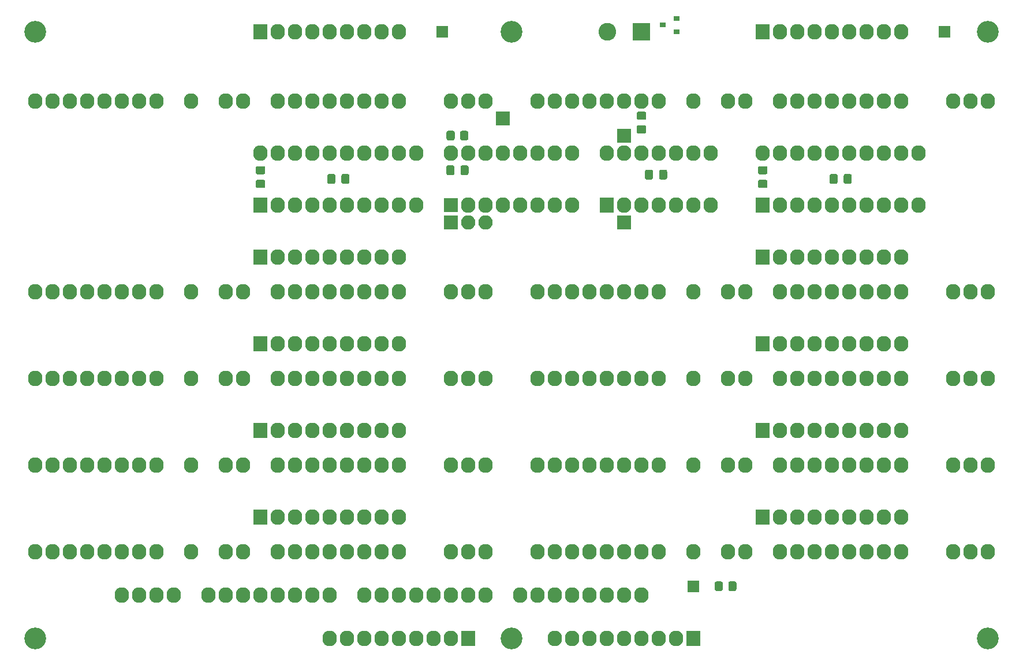
<source format=gbr>
%TF.GenerationSoftware,KiCad,Pcbnew,(5.1.8)-1*%
%TF.CreationDate,2024-01-21T21:11:34+03:00*%
%TF.ProjectId,Regs-v3,52656773-2d76-4332-9e6b-696361645f70,rev?*%
%TF.SameCoordinates,Original*%
%TF.FileFunction,Soldermask,Bot*%
%TF.FilePolarity,Negative*%
%FSLAX46Y46*%
G04 Gerber Fmt 4.6, Leading zero omitted, Abs format (unit mm)*
G04 Created by KiCad (PCBNEW (5.1.8)-1) date 2024-01-21 21:11:34*
%MOMM*%
%LPD*%
G01*
G04 APERTURE LIST*
%ADD10R,1.700000X1.700000*%
%ADD11R,0.900000X0.800000*%
%ADD12O,2.100000X2.300000*%
%ADD13R,2.100000X2.300000*%
%ADD14C,2.600000*%
%ADD15R,2.600000X2.600000*%
%ADD16R,2.100000X2.100000*%
%ADD17O,2.100000X2.100000*%
%ADD18C,3.200000*%
G04 APERTURE END LIST*
D10*
%TO.C,J20*%
X153670000Y-20320000D03*
%TD*%
%TO.C,J19*%
X80010000Y-20320000D03*
%TD*%
%TO.C,R7*%
G36*
G01*
X109670001Y-33255000D02*
X108769999Y-33255000D01*
G75*
G02*
X108520000Y-33005001I0J249999D01*
G01*
X108520000Y-32304999D01*
G75*
G02*
X108769999Y-32055000I249999J0D01*
G01*
X109670001Y-32055000D01*
G75*
G02*
X109920000Y-32304999I0J-249999D01*
G01*
X109920000Y-33005001D01*
G75*
G02*
X109670001Y-33255000I-249999J0D01*
G01*
G37*
G36*
G01*
X109670001Y-35255000D02*
X108769999Y-35255000D01*
G75*
G02*
X108520000Y-35005001I0J249999D01*
G01*
X108520000Y-34304999D01*
G75*
G02*
X108769999Y-34055000I249999J0D01*
G01*
X109670001Y-34055000D01*
G75*
G02*
X109920000Y-34304999I0J-249999D01*
G01*
X109920000Y-35005001D01*
G75*
G02*
X109670001Y-35255000I-249999J0D01*
G01*
G37*
%TD*%
D11*
%TO.C,Q1*%
X112347500Y-19367500D03*
X114347500Y-20317500D03*
X114347500Y-18417500D03*
%TD*%
%TO.C,C4*%
G36*
G01*
X111807500Y-41750000D02*
X111807500Y-40800000D01*
G75*
G02*
X112057500Y-40550000I250000J0D01*
G01*
X112732500Y-40550000D01*
G75*
G02*
X112982500Y-40800000I0J-250000D01*
G01*
X112982500Y-41750000D01*
G75*
G02*
X112732500Y-42000000I-250000J0D01*
G01*
X112057500Y-42000000D01*
G75*
G02*
X111807500Y-41750000I0J250000D01*
G01*
G37*
G36*
G01*
X109732500Y-41750000D02*
X109732500Y-40800000D01*
G75*
G02*
X109982500Y-40550000I250000J0D01*
G01*
X110657500Y-40550000D01*
G75*
G02*
X110907500Y-40800000I0J-250000D01*
G01*
X110907500Y-41750000D01*
G75*
G02*
X110657500Y-42000000I-250000J0D01*
G01*
X109982500Y-42000000D01*
G75*
G02*
X109732500Y-41750000I0J250000D01*
G01*
G37*
%TD*%
%TO.C,C3*%
G36*
G01*
X82682500Y-41115000D02*
X82682500Y-40165000D01*
G75*
G02*
X82932500Y-39915000I250000J0D01*
G01*
X83607500Y-39915000D01*
G75*
G02*
X83857500Y-40165000I0J-250000D01*
G01*
X83857500Y-41115000D01*
G75*
G02*
X83607500Y-41365000I-250000J0D01*
G01*
X82932500Y-41365000D01*
G75*
G02*
X82682500Y-41115000I0J250000D01*
G01*
G37*
G36*
G01*
X80607500Y-41115000D02*
X80607500Y-40165000D01*
G75*
G02*
X80857500Y-39915000I250000J0D01*
G01*
X81532500Y-39915000D01*
G75*
G02*
X81782500Y-40165000I0J-250000D01*
G01*
X81782500Y-41115000D01*
G75*
G02*
X81532500Y-41365000I-250000J0D01*
G01*
X80857500Y-41365000D01*
G75*
G02*
X80607500Y-41115000I0J250000D01*
G01*
G37*
%TD*%
%TO.C,C2*%
G36*
G01*
X65220000Y-42385000D02*
X65220000Y-41435000D01*
G75*
G02*
X65470000Y-41185000I250000J0D01*
G01*
X66145000Y-41185000D01*
G75*
G02*
X66395000Y-41435000I0J-250000D01*
G01*
X66395000Y-42385000D01*
G75*
G02*
X66145000Y-42635000I-250000J0D01*
G01*
X65470000Y-42635000D01*
G75*
G02*
X65220000Y-42385000I0J250000D01*
G01*
G37*
G36*
G01*
X63145000Y-42385000D02*
X63145000Y-41435000D01*
G75*
G02*
X63395000Y-41185000I250000J0D01*
G01*
X64070000Y-41185000D01*
G75*
G02*
X64320000Y-41435000I0J-250000D01*
G01*
X64320000Y-42385000D01*
G75*
G02*
X64070000Y-42635000I-250000J0D01*
G01*
X63395000Y-42635000D01*
G75*
G02*
X63145000Y-42385000I0J250000D01*
G01*
G37*
%TD*%
%TO.C,C1*%
G36*
G01*
X138880000Y-42385000D02*
X138880000Y-41435000D01*
G75*
G02*
X139130000Y-41185000I250000J0D01*
G01*
X139805000Y-41185000D01*
G75*
G02*
X140055000Y-41435000I0J-250000D01*
G01*
X140055000Y-42385000D01*
G75*
G02*
X139805000Y-42635000I-250000J0D01*
G01*
X139130000Y-42635000D01*
G75*
G02*
X138880000Y-42385000I0J250000D01*
G01*
G37*
G36*
G01*
X136805000Y-42385000D02*
X136805000Y-41435000D01*
G75*
G02*
X137055000Y-41185000I250000J0D01*
G01*
X137730000Y-41185000D01*
G75*
G02*
X137980000Y-41435000I0J-250000D01*
G01*
X137980000Y-42385000D01*
G75*
G02*
X137730000Y-42635000I-250000J0D01*
G01*
X137055000Y-42635000D01*
G75*
G02*
X136805000Y-42385000I0J250000D01*
G01*
G37*
%TD*%
%TO.C,R6*%
G36*
G01*
X121955000Y-102050001D02*
X121955000Y-101149999D01*
G75*
G02*
X122204999Y-100900000I249999J0D01*
G01*
X122905001Y-100900000D01*
G75*
G02*
X123155000Y-101149999I0J-249999D01*
G01*
X123155000Y-102050001D01*
G75*
G02*
X122905001Y-102300000I-249999J0D01*
G01*
X122204999Y-102300000D01*
G75*
G02*
X121955000Y-102050001I0J249999D01*
G01*
G37*
G36*
G01*
X119955000Y-102050001D02*
X119955000Y-101149999D01*
G75*
G02*
X120204999Y-100900000I249999J0D01*
G01*
X120905001Y-100900000D01*
G75*
G02*
X121155000Y-101149999I0J-249999D01*
G01*
X121155000Y-102050001D01*
G75*
G02*
X120905001Y-102300000I-249999J0D01*
G01*
X120204999Y-102300000D01*
G75*
G02*
X119955000Y-102050001I0J249999D01*
G01*
G37*
%TD*%
%TO.C,R5*%
G36*
G01*
X81832500Y-35109999D02*
X81832500Y-36010001D01*
G75*
G02*
X81582501Y-36260000I-249999J0D01*
G01*
X80882499Y-36260000D01*
G75*
G02*
X80632500Y-36010001I0J249999D01*
G01*
X80632500Y-35109999D01*
G75*
G02*
X80882499Y-34860000I249999J0D01*
G01*
X81582501Y-34860000D01*
G75*
G02*
X81832500Y-35109999I0J-249999D01*
G01*
G37*
G36*
G01*
X83832500Y-35109999D02*
X83832500Y-36010001D01*
G75*
G02*
X83582501Y-36260000I-249999J0D01*
G01*
X82882499Y-36260000D01*
G75*
G02*
X82632500Y-36010001I0J249999D01*
G01*
X82632500Y-35109999D01*
G75*
G02*
X82882499Y-34860000I249999J0D01*
G01*
X83582501Y-34860000D01*
G75*
G02*
X83832500Y-35109999I0J-249999D01*
G01*
G37*
%TD*%
D12*
%TO.C,J18*%
X63500000Y-109220000D03*
X66040000Y-109220000D03*
X68580000Y-109220000D03*
X71120000Y-109220000D03*
X73660000Y-109220000D03*
X76200000Y-109220000D03*
X78740000Y-109220000D03*
X81280000Y-109220000D03*
D13*
X83820000Y-109220000D03*
%TD*%
D12*
%TO.C,J17*%
X96520000Y-109220000D03*
X99060000Y-109220000D03*
X101600000Y-109220000D03*
X104140000Y-109220000D03*
X106680000Y-109220000D03*
X109220000Y-109220000D03*
X111760000Y-109220000D03*
X114300000Y-109220000D03*
D13*
X116840000Y-109220000D03*
%TD*%
D12*
%TO.C,U15*%
X33020000Y-102870000D03*
X35560000Y-102870000D03*
X38100000Y-102870000D03*
X40640000Y-102870000D03*
X45720000Y-102870000D03*
X48260000Y-102870000D03*
X50800000Y-102870000D03*
X53340000Y-102870000D03*
X55880000Y-102870000D03*
X58420000Y-102870000D03*
X60960000Y-102870000D03*
X63500000Y-102870000D03*
X68580000Y-102870000D03*
X71120000Y-102870000D03*
X73660000Y-102870000D03*
X76200000Y-102870000D03*
X78740000Y-102870000D03*
X81280000Y-102870000D03*
X83820000Y-102870000D03*
X86360000Y-102870000D03*
X91440000Y-102870000D03*
X93980000Y-102870000D03*
X96520000Y-102870000D03*
X99060000Y-102870000D03*
X101600000Y-102870000D03*
X104140000Y-102870000D03*
X106680000Y-102870000D03*
X109220000Y-102870000D03*
%TD*%
D14*
%TO.C,J16*%
X104220000Y-20320000D03*
D15*
X109220000Y-20320000D03*
%TD*%
D12*
%TO.C,U14*%
X104140000Y-38100000D03*
X119380000Y-45720000D03*
X106680000Y-38100000D03*
X116840000Y-45720000D03*
X109220000Y-38100000D03*
X114300000Y-45720000D03*
X111760000Y-38100000D03*
X111760000Y-45720000D03*
X114300000Y-38100000D03*
X109220000Y-45720000D03*
X116840000Y-38100000D03*
X106680000Y-45720000D03*
X119380000Y-38100000D03*
D13*
X104140000Y-45720000D03*
%TD*%
D12*
%TO.C,U13*%
X81280000Y-38100000D03*
X99060000Y-45720000D03*
X83820000Y-38100000D03*
X96520000Y-45720000D03*
X86360000Y-38100000D03*
X93980000Y-45720000D03*
X88900000Y-38100000D03*
X91440000Y-45720000D03*
X91440000Y-38100000D03*
X88900000Y-45720000D03*
X93980000Y-38100000D03*
X86360000Y-45720000D03*
X96520000Y-38100000D03*
X83820000Y-45720000D03*
X99060000Y-38100000D03*
D16*
X81280000Y-45720000D03*
%TD*%
%TO.C,R4*%
G36*
G01*
X53790001Y-41240000D02*
X52889999Y-41240000D01*
G75*
G02*
X52640000Y-40990001I0J249999D01*
G01*
X52640000Y-40289999D01*
G75*
G02*
X52889999Y-40040000I249999J0D01*
G01*
X53790001Y-40040000D01*
G75*
G02*
X54040000Y-40289999I0J-249999D01*
G01*
X54040000Y-40990001D01*
G75*
G02*
X53790001Y-41240000I-249999J0D01*
G01*
G37*
G36*
G01*
X53790001Y-43240000D02*
X52889999Y-43240000D01*
G75*
G02*
X52640000Y-42990001I0J249999D01*
G01*
X52640000Y-42289999D01*
G75*
G02*
X52889999Y-42040000I249999J0D01*
G01*
X53790001Y-42040000D01*
G75*
G02*
X54040000Y-42289999I0J-249999D01*
G01*
X54040000Y-42990001D01*
G75*
G02*
X53790001Y-43240000I-249999J0D01*
G01*
G37*
%TD*%
%TO.C,R3*%
G36*
G01*
X127450001Y-41240000D02*
X126549999Y-41240000D01*
G75*
G02*
X126300000Y-40990001I0J249999D01*
G01*
X126300000Y-40289999D01*
G75*
G02*
X126549999Y-40040000I249999J0D01*
G01*
X127450001Y-40040000D01*
G75*
G02*
X127700000Y-40289999I0J-249999D01*
G01*
X127700000Y-40990001D01*
G75*
G02*
X127450001Y-41240000I-249999J0D01*
G01*
G37*
G36*
G01*
X127450001Y-43240000D02*
X126549999Y-43240000D01*
G75*
G02*
X126300000Y-42990001I0J249999D01*
G01*
X126300000Y-42289999D01*
G75*
G02*
X126549999Y-42040000I249999J0D01*
G01*
X127450001Y-42040000D01*
G75*
G02*
X127700000Y-42289999I0J-249999D01*
G01*
X127700000Y-42990001D01*
G75*
G02*
X127450001Y-43240000I-249999J0D01*
G01*
G37*
%TD*%
%TO.C,J15*%
X106680000Y-48260000D03*
%TD*%
%TO.C,J14*%
X106680000Y-35560000D03*
%TD*%
D10*
%TO.C,J13*%
X116840000Y-101600000D03*
%TD*%
D16*
%TO.C,J12*%
X88900000Y-33020000D03*
%TD*%
D17*
%TO.C,J11*%
X86360000Y-48260000D03*
X83820000Y-48260000D03*
D16*
X81280000Y-48260000D03*
%TD*%
D12*
%TO.C,J10*%
X73660000Y-20320000D03*
X71120000Y-20320000D03*
X68580000Y-20320000D03*
X66040000Y-20320000D03*
X63500000Y-20320000D03*
X60960000Y-20320000D03*
X58420000Y-20320000D03*
X55880000Y-20320000D03*
D13*
X53340000Y-20320000D03*
%TD*%
D12*
%TO.C,U12*%
X53340000Y-38100000D03*
X76200000Y-45720000D03*
X55880000Y-38100000D03*
X73660000Y-45720000D03*
X58420000Y-38100000D03*
X71120000Y-45720000D03*
X60960000Y-38100000D03*
X68580000Y-45720000D03*
X63500000Y-38100000D03*
X66040000Y-45720000D03*
X66040000Y-38100000D03*
X63500000Y-45720000D03*
X68580000Y-38100000D03*
X60960000Y-45720000D03*
X71120000Y-38100000D03*
X58420000Y-45720000D03*
X73660000Y-38100000D03*
X55880000Y-45720000D03*
X76200000Y-38100000D03*
D13*
X53340000Y-45720000D03*
%TD*%
D12*
%TO.C,U11*%
X127000000Y-38100000D03*
X149860000Y-45720000D03*
X129540000Y-38100000D03*
X147320000Y-45720000D03*
X132080000Y-38100000D03*
X144780000Y-45720000D03*
X134620000Y-38100000D03*
X142240000Y-45720000D03*
X137160000Y-38100000D03*
X139700000Y-45720000D03*
X139700000Y-38100000D03*
X137160000Y-45720000D03*
X142240000Y-38100000D03*
X134620000Y-45720000D03*
X144780000Y-38100000D03*
X132080000Y-45720000D03*
X147320000Y-38100000D03*
X129540000Y-45720000D03*
X149860000Y-38100000D03*
D13*
X127000000Y-45720000D03*
%TD*%
D12*
%TO.C,J9*%
X147320000Y-20320000D03*
X144780000Y-20320000D03*
X142240000Y-20320000D03*
X139700000Y-20320000D03*
X137160000Y-20320000D03*
X134620000Y-20320000D03*
X132080000Y-20320000D03*
X129540000Y-20320000D03*
D13*
X127000000Y-20320000D03*
%TD*%
D12*
%TO.C,J8*%
X73660000Y-53340000D03*
X71120000Y-53340000D03*
X68580000Y-53340000D03*
X66040000Y-53340000D03*
X63500000Y-53340000D03*
X60960000Y-53340000D03*
X58420000Y-53340000D03*
X55880000Y-53340000D03*
D13*
X53340000Y-53340000D03*
%TD*%
D12*
%TO.C,J7*%
X147320000Y-53340000D03*
X144780000Y-53340000D03*
X142240000Y-53340000D03*
X139700000Y-53340000D03*
X137160000Y-53340000D03*
X134620000Y-53340000D03*
X132080000Y-53340000D03*
X129540000Y-53340000D03*
D13*
X127000000Y-53340000D03*
%TD*%
D12*
%TO.C,J6*%
X73660000Y-66040000D03*
X71120000Y-66040000D03*
X68580000Y-66040000D03*
X66040000Y-66040000D03*
X63500000Y-66040000D03*
X60960000Y-66040000D03*
X58420000Y-66040000D03*
X55880000Y-66040000D03*
D13*
X53340000Y-66040000D03*
%TD*%
D12*
%TO.C,J5*%
X147320000Y-66040000D03*
X144780000Y-66040000D03*
X142240000Y-66040000D03*
X139700000Y-66040000D03*
X137160000Y-66040000D03*
X134620000Y-66040000D03*
X132080000Y-66040000D03*
X129540000Y-66040000D03*
D13*
X127000000Y-66040000D03*
%TD*%
D12*
%TO.C,J4*%
X73660000Y-78740000D03*
X71120000Y-78740000D03*
X68580000Y-78740000D03*
X66040000Y-78740000D03*
X63500000Y-78740000D03*
X60960000Y-78740000D03*
X58420000Y-78740000D03*
X55880000Y-78740000D03*
D13*
X53340000Y-78740000D03*
%TD*%
D12*
%TO.C,J3*%
X147320000Y-78740000D03*
X144780000Y-78740000D03*
X142240000Y-78740000D03*
X139700000Y-78740000D03*
X137160000Y-78740000D03*
X134620000Y-78740000D03*
X132080000Y-78740000D03*
X129540000Y-78740000D03*
D13*
X127000000Y-78740000D03*
%TD*%
D12*
%TO.C,J2*%
X73660000Y-91440000D03*
X71120000Y-91440000D03*
X68580000Y-91440000D03*
X66040000Y-91440000D03*
X63500000Y-91440000D03*
X60960000Y-91440000D03*
X58420000Y-91440000D03*
X55880000Y-91440000D03*
D13*
X53340000Y-91440000D03*
%TD*%
D12*
%TO.C,J1*%
X147320000Y-91440000D03*
X144780000Y-91440000D03*
X142240000Y-91440000D03*
X139700000Y-91440000D03*
X137160000Y-91440000D03*
X134620000Y-91440000D03*
X132080000Y-91440000D03*
X129540000Y-91440000D03*
D13*
X127000000Y-91440000D03*
%TD*%
D12*
%TO.C,U10*%
X86360000Y-30480000D03*
X83820000Y-30480000D03*
X81280000Y-30480000D03*
X73660000Y-30480000D03*
X71120000Y-30480000D03*
X68580000Y-30480000D03*
X66040000Y-30480000D03*
X63500000Y-30480000D03*
X60960000Y-30480000D03*
X58420000Y-30480000D03*
X55880000Y-30480000D03*
X50800000Y-30480000D03*
X48260000Y-30480000D03*
X43180000Y-30480000D03*
X38100000Y-30480000D03*
X35560000Y-30480000D03*
X33020000Y-30480000D03*
X30480000Y-30480000D03*
X27940000Y-30480000D03*
X25400000Y-30480000D03*
X22860000Y-30480000D03*
X20320000Y-30480000D03*
%TD*%
%TO.C,U9*%
X160020000Y-30480000D03*
X157480000Y-30480000D03*
X154940000Y-30480000D03*
X147320000Y-30480000D03*
X144780000Y-30480000D03*
X142240000Y-30480000D03*
X139700000Y-30480000D03*
X137160000Y-30480000D03*
X134620000Y-30480000D03*
X132080000Y-30480000D03*
X129540000Y-30480000D03*
X124460000Y-30480000D03*
X121920000Y-30480000D03*
X116840000Y-30480000D03*
X111760000Y-30480000D03*
X109220000Y-30480000D03*
X106680000Y-30480000D03*
X104140000Y-30480000D03*
X101600000Y-30480000D03*
X99060000Y-30480000D03*
X96520000Y-30480000D03*
X93980000Y-30480000D03*
%TD*%
D18*
%TO.C,H6*%
X160020000Y-109220000D03*
%TD*%
%TO.C,H4*%
X160020000Y-20320000D03*
%TD*%
%TO.C,H2*%
X90170000Y-109220000D03*
%TD*%
%TO.C,H5*%
X90170000Y-20320000D03*
%TD*%
%TO.C,H3*%
X20320000Y-109220000D03*
%TD*%
%TO.C,H1*%
X20320000Y-20320000D03*
%TD*%
D12*
%TO.C,U1*%
X160020000Y-96520000D03*
X157480000Y-96520000D03*
X154940000Y-96520000D03*
X147320000Y-96520000D03*
X144780000Y-96520000D03*
X142240000Y-96520000D03*
X139700000Y-96520000D03*
X137160000Y-96520000D03*
X134620000Y-96520000D03*
X132080000Y-96520000D03*
X129540000Y-96520000D03*
X124460000Y-96520000D03*
X121920000Y-96520000D03*
X116840000Y-96520000D03*
X111760000Y-96520000D03*
X109220000Y-96520000D03*
X106680000Y-96520000D03*
X104140000Y-96520000D03*
X101600000Y-96520000D03*
X99060000Y-96520000D03*
X96520000Y-96520000D03*
X93980000Y-96520000D03*
%TD*%
%TO.C,U8*%
X86360000Y-58420000D03*
X83820000Y-58420000D03*
X81280000Y-58420000D03*
X73660000Y-58420000D03*
X71120000Y-58420000D03*
X68580000Y-58420000D03*
X66040000Y-58420000D03*
X63500000Y-58420000D03*
X60960000Y-58420000D03*
X58420000Y-58420000D03*
X55880000Y-58420000D03*
X50800000Y-58420000D03*
X48260000Y-58420000D03*
X43180000Y-58420000D03*
X38100000Y-58420000D03*
X35560000Y-58420000D03*
X33020000Y-58420000D03*
X30480000Y-58420000D03*
X27940000Y-58420000D03*
X25400000Y-58420000D03*
X22860000Y-58420000D03*
X20320000Y-58420000D03*
%TD*%
%TO.C,U6*%
X86360000Y-71120000D03*
X83820000Y-71120000D03*
X81280000Y-71120000D03*
X73660000Y-71120000D03*
X71120000Y-71120000D03*
X68580000Y-71120000D03*
X66040000Y-71120000D03*
X63500000Y-71120000D03*
X60960000Y-71120000D03*
X58420000Y-71120000D03*
X55880000Y-71120000D03*
X50800000Y-71120000D03*
X48260000Y-71120000D03*
X43180000Y-71120000D03*
X38100000Y-71120000D03*
X35560000Y-71120000D03*
X33020000Y-71120000D03*
X30480000Y-71120000D03*
X27940000Y-71120000D03*
X25400000Y-71120000D03*
X22860000Y-71120000D03*
X20320000Y-71120000D03*
%TD*%
%TO.C,U4*%
X86360000Y-83820000D03*
X83820000Y-83820000D03*
X81280000Y-83820000D03*
X73660000Y-83820000D03*
X71120000Y-83820000D03*
X68580000Y-83820000D03*
X66040000Y-83820000D03*
X63500000Y-83820000D03*
X60960000Y-83820000D03*
X58420000Y-83820000D03*
X55880000Y-83820000D03*
X50800000Y-83820000D03*
X48260000Y-83820000D03*
X43180000Y-83820000D03*
X38100000Y-83820000D03*
X35560000Y-83820000D03*
X33020000Y-83820000D03*
X30480000Y-83820000D03*
X27940000Y-83820000D03*
X25400000Y-83820000D03*
X22860000Y-83820000D03*
X20320000Y-83820000D03*
%TD*%
%TO.C,U2*%
X86360000Y-96520000D03*
X83820000Y-96520000D03*
X81280000Y-96520000D03*
X73660000Y-96520000D03*
X71120000Y-96520000D03*
X68580000Y-96520000D03*
X66040000Y-96520000D03*
X63500000Y-96520000D03*
X60960000Y-96520000D03*
X58420000Y-96520000D03*
X55880000Y-96520000D03*
X50800000Y-96520000D03*
X48260000Y-96520000D03*
X43180000Y-96520000D03*
X38100000Y-96520000D03*
X35560000Y-96520000D03*
X33020000Y-96520000D03*
X30480000Y-96520000D03*
X27940000Y-96520000D03*
X25400000Y-96520000D03*
X22860000Y-96520000D03*
X20320000Y-96520000D03*
%TD*%
%TO.C,U7*%
X160020000Y-58420000D03*
X157480000Y-58420000D03*
X154940000Y-58420000D03*
X147320000Y-58420000D03*
X144780000Y-58420000D03*
X142240000Y-58420000D03*
X139700000Y-58420000D03*
X137160000Y-58420000D03*
X134620000Y-58420000D03*
X132080000Y-58420000D03*
X129540000Y-58420000D03*
X124460000Y-58420000D03*
X121920000Y-58420000D03*
X116840000Y-58420000D03*
X111760000Y-58420000D03*
X109220000Y-58420000D03*
X106680000Y-58420000D03*
X104140000Y-58420000D03*
X101600000Y-58420000D03*
X99060000Y-58420000D03*
X96520000Y-58420000D03*
X93980000Y-58420000D03*
%TD*%
%TO.C,U5*%
X160020000Y-71120000D03*
X157480000Y-71120000D03*
X154940000Y-71120000D03*
X147320000Y-71120000D03*
X144780000Y-71120000D03*
X142240000Y-71120000D03*
X139700000Y-71120000D03*
X137160000Y-71120000D03*
X134620000Y-71120000D03*
X132080000Y-71120000D03*
X129540000Y-71120000D03*
X124460000Y-71120000D03*
X121920000Y-71120000D03*
X116840000Y-71120000D03*
X111760000Y-71120000D03*
X109220000Y-71120000D03*
X106680000Y-71120000D03*
X104140000Y-71120000D03*
X101600000Y-71120000D03*
X99060000Y-71120000D03*
X96520000Y-71120000D03*
X93980000Y-71120000D03*
%TD*%
%TO.C,U3*%
X160020000Y-83820000D03*
X157480000Y-83820000D03*
X154940000Y-83820000D03*
X147320000Y-83820000D03*
X144780000Y-83820000D03*
X142240000Y-83820000D03*
X139700000Y-83820000D03*
X137160000Y-83820000D03*
X134620000Y-83820000D03*
X132080000Y-83820000D03*
X129540000Y-83820000D03*
X124460000Y-83820000D03*
X121920000Y-83820000D03*
X116840000Y-83820000D03*
X111760000Y-83820000D03*
X109220000Y-83820000D03*
X106680000Y-83820000D03*
X104140000Y-83820000D03*
X101600000Y-83820000D03*
X99060000Y-83820000D03*
X96520000Y-83820000D03*
X93980000Y-83820000D03*
%TD*%
M02*

</source>
